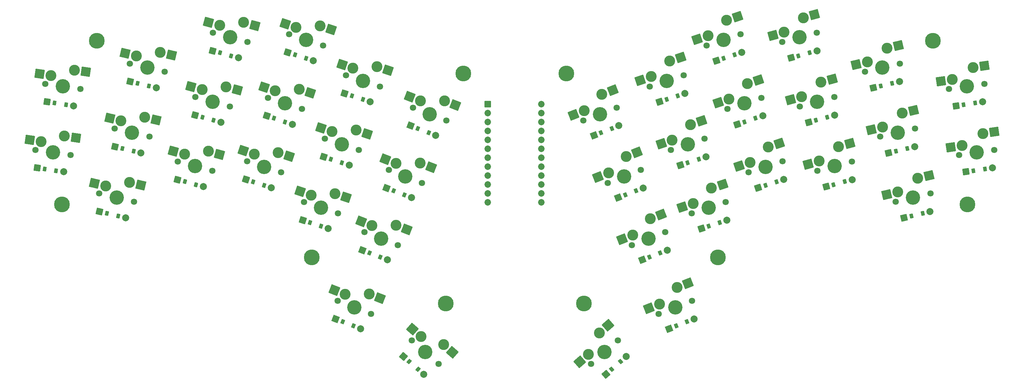
<source format=gbr>
%TF.GenerationSoftware,KiCad,Pcbnew,8.0.2-1*%
%TF.CreationDate,2024-07-02T10:22:07-04:00*%
%TF.ProjectId,thesplit,74686573-706c-4697-942e-6b696361645f,rev?*%
%TF.SameCoordinates,Original*%
%TF.FileFunction,Soldermask,Bot*%
%TF.FilePolarity,Negative*%
%FSLAX46Y46*%
G04 Gerber Fmt 4.6, Leading zero omitted, Abs format (unit mm)*
G04 Created by KiCad (PCBNEW 8.0.2-1) date 2024-07-02 10:22:07*
%MOMM*%
%LPD*%
G01*
G04 APERTURE LIST*
G04 Aperture macros list*
%AMRoundRect*
0 Rectangle with rounded corners*
0 $1 Rounding radius*
0 $2 $3 $4 $5 $6 $7 $8 $9 X,Y pos of 4 corners*
0 Add a 4 corners polygon primitive as box body*
4,1,4,$2,$3,$4,$5,$6,$7,$8,$9,$2,$3,0*
0 Add four circle primitives for the rounded corners*
1,1,$1+$1,$2,$3*
1,1,$1+$1,$4,$5*
1,1,$1+$1,$6,$7*
1,1,$1+$1,$8,$9*
0 Add four rect primitives between the rounded corners*
20,1,$1+$1,$2,$3,$4,$5,0*
20,1,$1+$1,$4,$5,$6,$7,0*
20,1,$1+$1,$6,$7,$8,$9,0*
20,1,$1+$1,$8,$9,$2,$3,0*%
G04 Aperture macros list end*
%ADD10RoundRect,0.050000X-1.445757X-1.047813X1.076233X-1.424727X1.445757X1.047813X-1.076233X1.424727X0*%
%ADD11C,3.100000*%
%ADD12C,1.801800*%
%ADD13C,4.087800*%
%ADD14RoundRect,0.050000X-1.527559X-0.924494X0.954558X-1.508955X1.527559X0.924494X-0.954558X1.508955X0*%
%ADD15RoundRect,0.050000X-1.558893X-0.870619X0.901315X-1.541349X1.558893X0.870619X-0.901315X1.541349X0*%
%ADD16RoundRect,0.050000X-1.602321X-0.787840X0.819412X-1.586408X1.602321X0.787840X-0.819412X1.586408X0*%
%ADD17RoundRect,0.050000X-1.641358X-0.702901X0.735262X-1.627118X1.641358X0.702901X-0.735262X1.627118X0*%
%ADD18RoundRect,0.050000X-1.782778X-0.099134X0.134413X-1.780466X1.782778X0.099134X-0.134413X1.780466X0*%
%ADD19RoundRect,0.050000X-1.076233X-1.424727X1.445757X-1.047813X1.076233X1.424727X-1.445757X1.047813X0*%
%ADD20RoundRect,0.050000X-0.954558X-1.508955X1.527559X-0.924494X0.954558X1.508955X-1.527559X0.924494X0*%
%ADD21RoundRect,0.050000X-0.901315X-1.541349X1.558893X-0.870619X0.901315X1.541349X-1.558893X0.870619X0*%
%ADD22RoundRect,0.050000X-0.819412X-1.586408X1.602321X-0.787840X0.819412X1.586408X-1.602321X0.787840X0*%
%ADD23RoundRect,0.050000X-0.735262X-1.627118X1.641358X-0.702901X0.735262X1.627118X-1.641358X0.702901X0*%
%ADD24RoundRect,0.050000X-0.134413X-1.780466X1.782778X-0.099134X0.134413X1.780466X-1.782778X0.099134X0*%
%ADD25C,2.005000*%
%ADD26RoundRect,0.050000X-1.010638X-0.747833X0.747833X-1.010638X1.010638X0.747833X-0.747833X1.010638X0*%
%ADD27RoundRect,0.050000X-0.533743X-0.526895X0.356371X-0.659924X0.533743X0.526895X-0.356371X0.659924X0*%
%ADD28RoundRect,0.050000X-1.069093X-0.661575X0.661575X-1.069093X1.069093X0.661575X-0.661575X1.069093X0*%
%ADD29RoundRect,0.050000X-0.575541X-0.480887X0.300500X-0.687168X0.575541X0.480887X-0.300500X0.687168X0*%
%ADD30RoundRect,0.050000X-1.091531X-0.623861X0.623861X-1.091531X1.091531X0.623861X-0.623861X1.091531X0*%
%ADD31RoundRect,0.050000X-0.591973X-0.460508X0.276336X-0.697236X0.591973X0.460508X-0.276336X0.697236X0*%
%ADD32RoundRect,0.050000X-1.122685X-0.565880X0.565880X-1.122685X1.122685X0.565880X-0.565880X1.122685X0*%
%ADD33RoundRect,0.050000X-0.615263X-0.428896X0.239466X-0.710743X0.615263X0.428896X-0.239466X0.710743X0*%
%ADD34RoundRect,0.050000X-1.150762X-0.506348X0.506348X-1.150762X1.150762X0.506348X-0.506348X1.150762X0*%
%ADD35RoundRect,0.050000X-0.636866X-0.396108X0.201941X-0.722302X0.636866X0.396108X-0.201941X0.722302X0*%
%ADD36RoundRect,0.050000X-1.254544X-0.082227X0.082227X-1.254544X1.254544X0.082227X-0.082227X1.254544X0*%
%ADD37RoundRect,0.050000X-0.733935X-0.154398X-0.057280X-0.747810X0.733935X0.154398X0.057280X0.747810X0*%
%ADD38RoundRect,0.050000X-0.747833X-1.010638X1.010638X-0.747833X0.747833X1.010638X-1.010638X0.747833X0*%
%ADD39RoundRect,0.050000X-0.356371X-0.659924X0.533743X-0.526895X0.356371X0.659924X-0.533743X0.526895X0*%
%ADD40RoundRect,0.050000X-0.661575X-1.069093X1.069093X-0.661575X0.661575X1.069093X-1.069093X0.661575X0*%
%ADD41RoundRect,0.050000X-0.300500X-0.687168X0.575541X-0.480887X0.300500X0.687168X-0.575541X0.480887X0*%
%ADD42RoundRect,0.050000X-0.623861X-1.091531X1.091531X-0.623861X0.623861X1.091531X-1.091531X0.623861X0*%
%ADD43RoundRect,0.050000X-0.276336X-0.697236X0.591973X-0.460508X0.276336X0.697236X-0.591973X0.460508X0*%
%ADD44RoundRect,0.050000X-0.565880X-1.122685X1.122685X-0.565880X0.565880X1.122685X-1.122685X0.565880X0*%
%ADD45RoundRect,0.050000X-0.239466X-0.710743X0.615263X-0.428896X0.239466X0.710743X-0.615263X0.428896X0*%
%ADD46RoundRect,0.050000X-0.506348X-1.150762X1.150762X-0.506348X0.506348X1.150762X-1.150762X0.506348X0*%
%ADD47RoundRect,0.050000X-0.201941X-0.722302X0.636866X-0.396108X0.201941X0.722302X-0.636866X0.396108X0*%
%ADD48RoundRect,0.050000X-0.082227X-1.254544X1.254544X-0.082227X0.082227X1.254544X-1.254544X0.082227X0*%
%ADD49RoundRect,0.050000X0.057280X-0.747810X0.733935X-0.154398X-0.057280X0.747810X-0.733935X0.154398X0*%
%ADD50C,0.800000*%
%ADD51C,4.500000*%
%ADD52C,1.852600*%
%ADD53RoundRect,0.050000X-0.876300X0.876300X-0.876300X-0.876300X0.876300X-0.876300X0.876300X0.876300X0*%
G04 APERTURE END LIST*
D10*
%TO.C,S1*%
X217442743Y-201947851D03*
X204282298Y-202549221D03*
D11*
X207521324Y-203033298D03*
X214177011Y-201459791D03*
D12*
X205889835Y-205357680D03*
X215938247Y-206859418D03*
D13*
X210914041Y-206108549D03*
%TD*%
D10*
%TO.C,S2*%
X220251109Y-183156549D03*
X207090664Y-183757919D03*
D11*
X210329690Y-184241996D03*
X216985377Y-182668489D03*
D12*
X208698201Y-186566378D03*
X218746613Y-188068116D03*
D13*
X213722407Y-187317247D03*
%TD*%
D14*
%TO.C,S3*%
X235872041Y-215351516D03*
X222706999Y-214861021D03*
D11*
X225894817Y-215611645D03*
X232657939Y-214594695D03*
D12*
X224076456Y-217792949D03*
X233965992Y-220121625D03*
D13*
X229021224Y-218957287D03*
%TD*%
D14*
%TO.C,S4*%
X240226856Y-196857305D03*
X227061814Y-196366810D03*
D11*
X230249632Y-197117434D03*
X237012754Y-196100484D03*
D12*
X228431271Y-199298738D03*
X238320807Y-201627414D03*
D13*
X233376039Y-200463076D03*
%TD*%
D14*
%TO.C,S5*%
X244581650Y-178363103D03*
X231416608Y-177872608D03*
D11*
X234604426Y-178623232D03*
X241367548Y-177606282D03*
D12*
X232786065Y-180804536D03*
X242675601Y-183133212D03*
D13*
X237730833Y-181968874D03*
%TD*%
D15*
%TO.C,S6*%
X258293703Y-206646173D03*
X245153795Y-205696524D03*
D11*
X248313475Y-206557952D03*
X255107965Y-205777643D03*
D12*
X246420096Y-208674461D03*
X256222334Y-211346863D03*
D13*
X251321215Y-210010662D03*
%TD*%
D15*
%TO.C,S7*%
X263291309Y-188315210D03*
X250151401Y-187365561D03*
D11*
X253311081Y-188226989D03*
X260105571Y-187446680D03*
D12*
X251417702Y-190343498D03*
X261219940Y-193015900D03*
D13*
X256318821Y-191679699D03*
%TD*%
D15*
%TO.C,S8*%
X268288901Y-169984243D03*
X255148993Y-169034594D03*
D11*
X258308673Y-169896022D03*
X265103163Y-169115713D03*
D12*
X256415294Y-172012531D03*
X266217532Y-174684933D03*
D13*
X261316413Y-173348732D03*
%TD*%
D16*
%TO.C,S9*%
X278106356Y-207189335D03*
X265034166Y-205553311D03*
D11*
X268144433Y-206578916D03*
X274970455Y-206155277D03*
D12*
X266142877Y-208593441D03*
X275791817Y-211775181D03*
D13*
X270967347Y-210184311D03*
%TD*%
D16*
%TO.C,S10*%
X284056462Y-189145051D03*
X270984272Y-187509027D03*
D11*
X274094539Y-188534632D03*
X280920561Y-188110993D03*
D12*
X272092983Y-190549157D03*
X281741923Y-193730897D03*
D13*
X276917453Y-192140027D03*
%TD*%
D16*
%TO.C,S11*%
X290006579Y-171100766D03*
X276934389Y-169464742D03*
D11*
X280044656Y-170490347D03*
X286870678Y-170066708D03*
D12*
X278043100Y-172504872D03*
X287692040Y-175686612D03*
D13*
X282867570Y-174095742D03*
%TD*%
D16*
%TO.C,S12*%
X294271660Y-218837632D03*
X281199470Y-217201608D03*
D11*
X284309737Y-218227213D03*
X291135759Y-217803574D03*
D12*
X282308181Y-220241738D03*
X291957121Y-223423478D03*
D13*
X287132651Y-221832608D03*
%TD*%
D16*
%TO.C,S13*%
X300221763Y-200793367D03*
X287149573Y-199157343D03*
D11*
X290259840Y-200182948D03*
X297085862Y-199759309D03*
D12*
X288258284Y-202197473D03*
X297907224Y-205379213D03*
D13*
X293082754Y-203788343D03*
%TD*%
D16*
%TO.C,S14*%
X306171869Y-182749080D03*
X293099679Y-181113056D03*
D11*
X296209946Y-182138661D03*
X303035968Y-181715022D03*
D12*
X294208390Y-184153186D03*
X303857330Y-187334926D03*
D13*
X299032860Y-185744056D03*
%TD*%
D17*
%TO.C,S15*%
X311523407Y-228014577D03*
X298554750Y-225696639D03*
D11*
X301607079Y-226883628D03*
X308445914Y-226817804D03*
D12*
X299502842Y-228790629D03*
X308972028Y-232473001D03*
D13*
X304237435Y-230631815D03*
%TD*%
D17*
%TO.C,S16*%
X318409728Y-210306458D03*
X305441071Y-207988520D03*
D11*
X308493400Y-209175509D03*
X315332235Y-209109685D03*
D12*
X306389163Y-211082510D03*
X315858349Y-214764882D03*
D13*
X311123756Y-212923696D03*
%TD*%
D17*
%TO.C,S18*%
X303912214Y-247586756D03*
X290943557Y-245268818D03*
D11*
X293995886Y-246455807D03*
X300834721Y-246389983D03*
D12*
X291891649Y-248362808D03*
X301360835Y-252045180D03*
D13*
X296626242Y-250203994D03*
%TD*%
D18*
%TO.C,S19*%
X324495318Y-262957910D03*
X313101548Y-256344218D03*
D11*
X315563813Y-258503574D03*
X322012740Y-260780746D03*
D12*
X312934250Y-259575877D03*
X320572930Y-266274831D03*
D13*
X316753590Y-262925354D03*
%TD*%
D19*
%TO.C,S20*%
X478587794Y-200220840D03*
X466178224Y-204643674D03*
D11*
X469417246Y-204159602D03*
X475322061Y-200708910D03*
D12*
X468536636Y-206859416D03*
X478585036Y-205357674D03*
D13*
X473560836Y-206108545D03*
%TD*%
D19*
%TO.C,S21*%
X475779423Y-181429546D03*
X463369853Y-185852380D03*
D11*
X466608875Y-185368308D03*
X472513690Y-181917616D03*
D12*
X465728265Y-188068122D03*
X475776665Y-186566380D03*
D13*
X470752465Y-187317251D03*
%TD*%
D20*
%TO.C,S22*%
X459975785Y-212673521D03*
X447975082Y-218108783D03*
D11*
X451162890Y-217358146D03*
X456761681Y-213430346D03*
D12*
X450508874Y-220121617D03*
X460398404Y-217792941D03*
D13*
X455453639Y-218957279D03*
%TD*%
D20*
%TO.C,S23*%
X455620978Y-194179326D03*
X443620275Y-199614588D03*
D11*
X446808083Y-198863951D03*
X452406874Y-194936151D03*
D12*
X446154067Y-201627422D03*
X456043597Y-199298746D03*
D13*
X451098832Y-200463084D03*
%TD*%
D20*
%TO.C,S24*%
X451266162Y-175685112D03*
X439265459Y-181120374D03*
D11*
X442453267Y-180369737D03*
X448052058Y-176441937D03*
D12*
X441799251Y-183133208D03*
X451688781Y-180804532D03*
D13*
X446744016Y-181968870D03*
%TD*%
D21*
%TO.C,S25*%
X437453713Y-203572908D03*
X425650007Y-209423668D03*
D11*
X428809684Y-208562242D03*
X434267984Y-204441435D03*
D12*
X428252504Y-211346849D03*
X438054744Y-208674459D03*
D13*
X433153624Y-210010654D03*
%TD*%
D21*
%TO.C,S26*%
X432456139Y-185241955D03*
X420652433Y-191092715D03*
D11*
X423812110Y-190231289D03*
X429270410Y-186110482D03*
D12*
X423254930Y-193015896D03*
X433057170Y-190343506D03*
D13*
X428156050Y-191679701D03*
%TD*%
D21*
%TO.C,S27*%
X427458546Y-166910991D03*
X415654840Y-172761751D03*
D11*
X418814517Y-171900325D03*
X424272817Y-167779518D03*
D12*
X418257337Y-174684932D03*
X428059577Y-172012542D03*
D13*
X423158457Y-173348737D03*
%TD*%
D22*
%TO.C,S28*%
X417464805Y-203530339D03*
X405983474Y-209990850D03*
D11*
X409093739Y-208965236D03*
X414328890Y-204564408D03*
D12*
X408683053Y-211775190D03*
X418332005Y-208593452D03*
D13*
X413507529Y-210184321D03*
%TD*%
D22*
%TO.C,S29*%
X411514679Y-185486038D03*
X400033348Y-191946549D03*
D11*
X403143613Y-190920935D03*
X408378764Y-186520107D03*
D12*
X402732927Y-193730889D03*
X412381879Y-190549151D03*
D13*
X407557403Y-192140020D03*
%TD*%
D22*
%TO.C,S30*%
X405564571Y-167441763D03*
X394083240Y-173902274D03*
D11*
X397193505Y-172876660D03*
X402428656Y-168475832D03*
D12*
X396782819Y-175686614D03*
X406431771Y-172504876D03*
D13*
X401607295Y-174095745D03*
%TD*%
D22*
%TO.C,S31*%
X401299505Y-215178648D03*
X389818174Y-221639159D03*
D11*
X392928439Y-220613545D03*
X398163590Y-216212717D03*
D12*
X392517753Y-223423499D03*
X402166705Y-220241761D03*
D13*
X397342229Y-221832630D03*
%TD*%
D22*
%TO.C,S32*%
X395349373Y-197134351D03*
X383868042Y-203594862D03*
D11*
X386978307Y-202569248D03*
X392213458Y-198168420D03*
D12*
X386567621Y-205379202D03*
X396216573Y-202197464D03*
D13*
X391392097Y-203788333D03*
%TD*%
D22*
%TO.C,S33*%
X389399275Y-179090074D03*
X377917944Y-185550585D03*
D11*
X381028209Y-184524971D03*
X386263360Y-180124143D03*
D12*
X380617523Y-187334925D03*
X390266475Y-184153187D03*
D13*
X385441999Y-185744056D03*
%TD*%
D23*
%TO.C,S34*%
X383841023Y-223779853D03*
X372713550Y-230832392D03*
D11*
X375765880Y-229645412D03*
X380763539Y-224976626D03*
D12*
X375502822Y-232473005D03*
X384972016Y-228790633D03*
D13*
X380237419Y-230631819D03*
%TD*%
D23*
%TO.C,S35*%
X376954721Y-206071712D03*
X365827248Y-213124251D03*
D11*
X368879578Y-211937271D03*
X373877237Y-207268485D03*
D12*
X368616520Y-214764864D03*
X378085714Y-211082492D03*
D13*
X373351117Y-212923678D03*
%TD*%
D23*
%TO.C,S36*%
X370068378Y-188363564D03*
X358940905Y-195416103D03*
D11*
X361993235Y-194229123D03*
X366990894Y-189560337D03*
D12*
X361730177Y-197056716D03*
X371199371Y-193374344D03*
D13*
X366464774Y-195215530D03*
%TD*%
D23*
%TO.C,S37*%
X391452215Y-243352025D03*
X380324742Y-250404564D03*
D11*
X383377072Y-249217584D03*
X388374731Y-244548798D03*
D12*
X383114014Y-252045177D03*
X392583208Y-248362805D03*
D13*
X387848611Y-250203991D03*
%TD*%
D24*
%TO.C,S38*%
X368764047Y-255254105D03*
X360719750Y-265687147D03*
D11*
X363182024Y-263527795D03*
X366281468Y-257431268D03*
D12*
X363901923Y-266274835D03*
X371540617Y-259575883D03*
D13*
X367721270Y-262925359D03*
%TD*%
D25*
%TO.C,D1*%
X213943144Y-211616778D03*
D26*
X206406842Y-210490480D03*
D27*
X208543115Y-210809744D03*
X211806871Y-211297514D03*
%TD*%
D25*
%TO.C,D2*%
X216751497Y-192825470D03*
D26*
X209215195Y-191699172D03*
D27*
X211351468Y-192018436D03*
X214615224Y-192506206D03*
%TD*%
D25*
%TO.C,D3*%
X231583801Y-224697417D03*
D28*
X224166657Y-222950923D03*
D29*
X226269152Y-223445986D03*
X229481306Y-224202354D03*
%TD*%
D25*
%TO.C,D4*%
X235938599Y-206203222D03*
D28*
X228521455Y-204456728D03*
D29*
X230623950Y-204951791D03*
X233836104Y-205708159D03*
%TD*%
D25*
%TO.C,D5*%
X240293406Y-187709013D03*
D28*
X232876262Y-185962519D03*
D29*
X234978757Y-186457582D03*
X238190911Y-187213950D03*
%TD*%
D25*
%TO.C,D6*%
X253681900Y-215836750D03*
D30*
X246330220Y-213832446D03*
D31*
X248414163Y-214400596D03*
X251597957Y-215268600D03*
%TD*%
D25*
%TO.C,D7*%
X258679479Y-197505791D03*
D30*
X251327799Y-195501487D03*
D31*
X253411742Y-196069637D03*
X256595536Y-196937641D03*
%TD*%
D25*
%TO.C,D8*%
X263677107Y-179174823D03*
D30*
X256325427Y-177170519D03*
D31*
X258409370Y-177738669D03*
X261593164Y-178606673D03*
%TD*%
D25*
%TO.C,D9*%
X273019881Y-216125958D03*
D32*
X265783169Y-213739662D03*
D33*
X267834528Y-214416090D03*
X270968522Y-215449530D03*
%TD*%
D25*
%TO.C,D10*%
X278970003Y-198081658D03*
D32*
X271733291Y-195695362D03*
D33*
X273784650Y-196371790D03*
X276918644Y-197405230D03*
%TD*%
D25*
%TO.C,D11*%
X284920094Y-180037389D03*
D32*
X277683382Y-177651093D03*
D33*
X279734741Y-178327521D03*
X282868735Y-179360961D03*
%TD*%
D25*
%TO.C,D12*%
X289185186Y-227774264D03*
D32*
X281948474Y-225387968D03*
D33*
X283999833Y-226064396D03*
X287133827Y-227097836D03*
%TD*%
D25*
%TO.C,D13*%
X295135292Y-209729982D03*
D32*
X287898580Y-207343686D03*
D33*
X289949939Y-208020114D03*
X293083933Y-209053554D03*
%TD*%
D25*
%TO.C,D14*%
X301085403Y-191685691D03*
D32*
X293848691Y-189299395D03*
D33*
X295900050Y-189975823D03*
X299034044Y-191009263D03*
%TD*%
D25*
%TO.C,D15*%
X305976178Y-236672759D03*
D34*
X298874286Y-233910979D03*
D35*
X300887418Y-234693845D03*
X303963046Y-235889893D03*
%TD*%
D25*
%TO.C,D16*%
X312862523Y-218964608D03*
D34*
X305760631Y-216202828D03*
D35*
X307773763Y-216985694D03*
X310849391Y-218181742D03*
%TD*%
D25*
%TO.C,D17*%
X319748818Y-201256457D03*
D34*
X312646926Y-198494677D03*
D35*
X314660058Y-199277543D03*
X317735686Y-200473591D03*
%TD*%
D25*
%TO.C,D18*%
X298364995Y-256244922D03*
D34*
X291263103Y-253483142D03*
D35*
X293276235Y-254266008D03*
X296351863Y-255462056D03*
%TD*%
D25*
%TO.C,D19*%
X316321361Y-269196685D03*
D36*
X310592341Y-264172469D03*
D37*
X312216318Y-265596658D03*
X314697384Y-267772496D03*
%TD*%
D25*
%TO.C,D20*%
X478068027Y-210490464D03*
D38*
X470531727Y-211616776D03*
D39*
X472668000Y-211297504D03*
X475931754Y-210809736D03*
%TD*%
D25*
%TO.C,D21*%
X475259652Y-191699172D03*
D38*
X467723352Y-192825484D03*
D39*
X469859625Y-192506212D03*
X473123379Y-192018444D03*
%TD*%
D25*
%TO.C,D22*%
X460308193Y-222950927D03*
D40*
X452891041Y-224697435D03*
D41*
X454993537Y-224202364D03*
X458205697Y-223445998D03*
%TD*%
D25*
%TO.C,D23*%
X455953401Y-204456703D03*
D40*
X448536249Y-206203211D03*
D41*
X450638745Y-205708140D03*
X453850905Y-204951774D03*
%TD*%
D25*
%TO.C,D24*%
X451598589Y-185962514D03*
D40*
X444181437Y-187709022D03*
D41*
X446283933Y-187213951D03*
X449496093Y-186457585D03*
%TD*%
D25*
%TO.C,D25*%
X438144645Y-213832436D03*
D42*
X430792965Y-215836742D03*
D43*
X432876908Y-215268591D03*
X436060702Y-214400587D03*
%TD*%
D25*
%TO.C,D26*%
X433147040Y-195501474D03*
D42*
X425795360Y-197505780D03*
D43*
X427879303Y-196937629D03*
X431063097Y-196069625D03*
%TD*%
D25*
%TO.C,D27*%
X428149452Y-177170529D03*
D42*
X420797772Y-179174835D03*
D43*
X422881715Y-178606684D03*
X426065509Y-177738680D03*
%TD*%
D25*
%TO.C,D28*%
X418691700Y-213739654D03*
D44*
X411454996Y-216125942D03*
D45*
X413506350Y-215449516D03*
X416640346Y-214416080D03*
%TD*%
D25*
%TO.C,D29*%
X412741586Y-195695379D03*
D44*
X405504882Y-198081667D03*
D45*
X407556236Y-197405241D03*
X410690232Y-196371805D03*
%TD*%
D25*
%TO.C,D30*%
X406791466Y-177651102D03*
D44*
X399554762Y-180037390D03*
D45*
X401606116Y-179360964D03*
X404740112Y-178327528D03*
%TD*%
D25*
%TO.C,D31*%
X402526384Y-225387957D03*
D44*
X395289680Y-227774245D03*
D45*
X397341034Y-227097819D03*
X400475030Y-226064383D03*
%TD*%
D25*
%TO.C,D32*%
X396576275Y-207343686D03*
D44*
X389339571Y-209729974D03*
D45*
X391390925Y-209053548D03*
X394524921Y-208020112D03*
%TD*%
D25*
%TO.C,D33*%
X390626174Y-189299399D03*
D44*
X383389470Y-191685687D03*
D45*
X385440824Y-191009261D03*
X388574820Y-189975825D03*
%TD*%
D25*
%TO.C,D34*%
X385600568Y-233910960D03*
D46*
X378498670Y-236672742D03*
D47*
X380511804Y-235889875D03*
X383587434Y-234693827D03*
%TD*%
D25*
%TO.C,D35*%
X378714246Y-216202834D03*
D46*
X371612348Y-218964616D03*
D47*
X373625482Y-218181749D03*
X376701112Y-216985701D03*
%TD*%
D25*
%TO.C,D36*%
X371827924Y-198494669D03*
D46*
X364726026Y-201256451D03*
D47*
X366739160Y-200473584D03*
X369814790Y-199277536D03*
%TD*%
D25*
%TO.C,D37*%
X393211777Y-253483133D03*
D46*
X386109879Y-256244915D03*
D47*
X388123013Y-255462048D03*
X391198643Y-254266000D03*
%TD*%
D25*
%TO.C,D38*%
X373882504Y-264172459D03*
D48*
X368153482Y-269196677D03*
D49*
X369777460Y-267772485D03*
X372258526Y-265596651D03*
%TD*%
D50*
%TO.C,_1*%
X223589102Y-172715252D03*
X224977095Y-174591015D03*
X222018853Y-175328588D03*
X222363759Y-173020766D03*
X221713339Y-174103245D03*
X224671581Y-173365672D03*
X223101332Y-175979008D03*
D51*
X223345217Y-174347130D03*
D50*
X224326675Y-175673494D03*
%TD*%
%TO.C,_2*%
X460885763Y-172715233D03*
X462761524Y-174103226D03*
X460148193Y-175673475D03*
X459803282Y-173365656D03*
X459497770Y-174590994D03*
X462111101Y-173020745D03*
X461373531Y-175978987D03*
D51*
X461129647Y-174347110D03*
D50*
X462456012Y-175328564D03*
%TD*%
%TO.C,_3*%
X213749449Y-219272223D03*
X215137442Y-221147986D03*
X212179200Y-221885559D03*
X212524106Y-219577737D03*
X211873686Y-220660216D03*
X214831928Y-219922643D03*
X213261679Y-222535979D03*
D51*
X213505564Y-220904101D03*
D50*
X214487022Y-222230465D03*
%TD*%
%TO.C,_4*%
X470725399Y-219272228D03*
X472601160Y-220660221D03*
X469987829Y-222230470D03*
X469642918Y-219922651D03*
X469337406Y-221147989D03*
X471950737Y-219577740D03*
X471213167Y-222535982D03*
D51*
X470969283Y-220904105D03*
D50*
X472295648Y-221885559D03*
%TD*%
%TO.C,_5*%
X284991203Y-234393842D03*
X286041480Y-236477559D03*
X283001068Y-236703501D03*
X283731821Y-234487424D03*
X282907486Y-235444119D03*
X285947898Y-235218177D03*
X283957763Y-237527836D03*
D51*
X284474483Y-235960839D03*
D50*
X285217145Y-237434254D03*
%TD*%
%TO.C,_6*%
X399483663Y-234393854D03*
X401567379Y-235444134D03*
X399257721Y-237434270D03*
X398526963Y-235218192D03*
X398433383Y-236477570D03*
X400743041Y-234487434D03*
X400517099Y-237527850D03*
D51*
X400000381Y-235960852D03*
D50*
X401473799Y-236703512D03*
%TD*%
%TO.C,_7*%
X328199875Y-182118198D03*
X329139665Y-184254036D03*
X326091590Y-184320541D03*
X326937322Y-182145751D03*
X326064037Y-183057988D03*
X329112112Y-182991483D03*
X327003827Y-185193826D03*
D51*
X327601851Y-183656012D03*
D50*
X328266380Y-185166273D03*
%TD*%
%TO.C,_8*%
X356274980Y-182118174D03*
X358410819Y-183057965D03*
X356208468Y-185166246D03*
X355362747Y-182991453D03*
X355335189Y-184254013D03*
X357537540Y-182145732D03*
X357471028Y-185193804D03*
D51*
X356873004Y-183655989D03*
D50*
X358383261Y-184320525D03*
%TD*%
%TO.C,_9*%
X323665949Y-247839223D03*
X323818563Y-250167675D03*
X320931567Y-249187670D03*
X322470116Y-247433293D03*
X321337497Y-247991837D03*
X324224493Y-248971842D03*
X321490111Y-250320289D03*
D51*
X322578030Y-249079756D03*
D50*
X322685944Y-250726219D03*
%TD*%
%TO.C,_10*%
X360808925Y-247839228D03*
X363137375Y-247991844D03*
X361788926Y-250726229D03*
X360250374Y-248971845D03*
X360656309Y-250167678D03*
X362004758Y-247433293D03*
X362984759Y-250320294D03*
D51*
X361896842Y-249079761D03*
D50*
X363543310Y-249187677D03*
%TD*%
D52*
%TO.C,MCU1*%
X349792835Y-220263233D03*
X349792827Y-217723234D03*
X349792828Y-215183233D03*
X349792828Y-212643233D03*
X349792835Y-210103237D03*
X349792837Y-207563228D03*
X349792830Y-205023233D03*
X349792830Y-202483236D03*
X349792830Y-199943232D03*
X349792832Y-197403234D03*
X349792827Y-194863237D03*
X349792831Y-192323235D03*
X334552829Y-220263233D03*
X334552833Y-217723231D03*
X334552828Y-215183234D03*
X334552830Y-212643236D03*
X334552830Y-210103232D03*
X334552830Y-207563235D03*
X334552823Y-205023240D03*
X334552825Y-202483231D03*
X334552832Y-199943235D03*
X334552832Y-197403235D03*
X334552833Y-194863234D03*
D53*
X334552825Y-192323235D03*
%TD*%
D17*
%TO.C,S17*%
X325296065Y-192598277D03*
X312327408Y-190280339D03*
D11*
X315379737Y-191467328D03*
X322218572Y-191401504D03*
D12*
X313275500Y-193374329D03*
X322744686Y-197056701D03*
D13*
X318010093Y-195215515D03*
%TD*%
M02*

</source>
